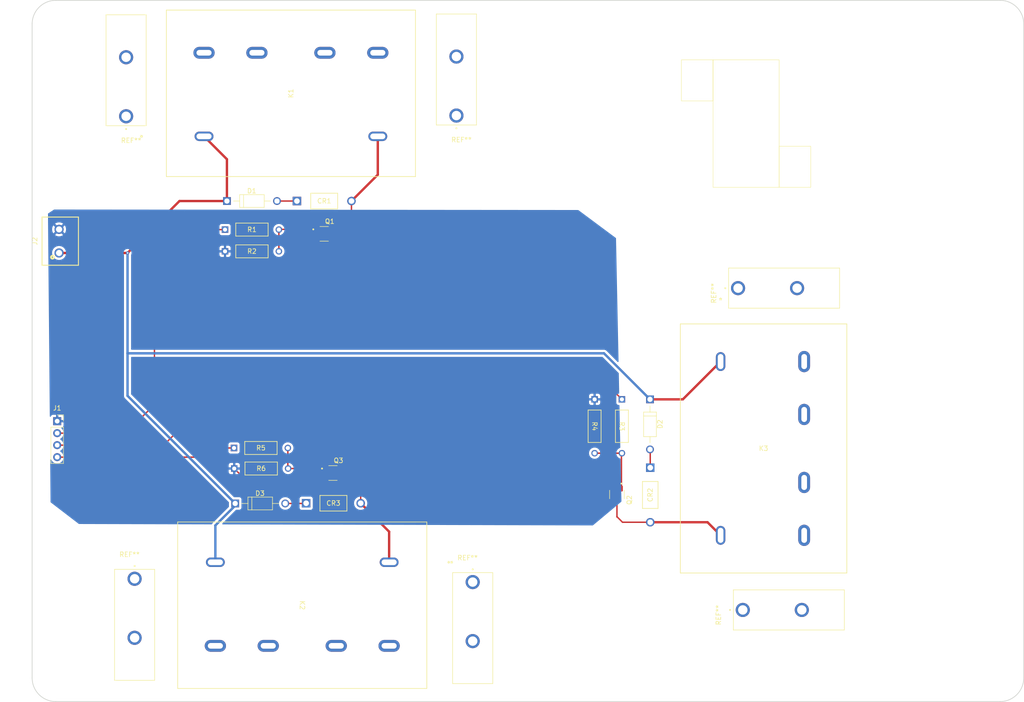
<source format=kicad_pcb>
(kicad_pcb (version 20241229) (generator "pcbnew") (generator_version "9.0")
  (layers (0 "F.Cu" signal) (2 "B.Cu" signal) (13 "F.Paste" user) (15 "B.Paste" user) (5 "F.SilkS" user "F.Silkscreen") (7 "B.SilkS" user "B.Silkscreen") (1 "F.Mask" user) (3 "B.Mask" user) (25 "Edge.Cuts" user))
  (net 0 "")
  (net 1 "Net-(CR1-K)")
  (net 2 "Net-(CR1-A)")
  (net 3 "Net-(CR2-K)")
  (net 4 "Net-(CR2-A)")
  (net 5 "Net-(CR3-A)")
  (net 6 "Net-(CR3-K)")
  (net 7 "+24V")
  (net 8 "/lower_ctl")
  (net 9 "GND")
  (net 10 "/middle_ctl")
  (net 11 "/upper_ctl")
  (net 12 "Net-(Q1-Pad1)")
  (net 13 "Net-(Q2-Pad1)")
  (net 14 "Net-(Q3-Pad1)")
  (net 21 "Relay1_M")
  (net 22 "Relay2_M")
  (net 23 "Relay3_M")
  (footprint "VSI_DPT:DIOAD1060W80L520D270" (layer "F.Cu") (at 94.25 59.5)
    (property "Reference" "D1" (at -0.0432 -2.13714 0) (layer "F.SilkS"))
    (property "Value" "1N4007")
    (fp_line (start -2.6 -1.35) (end -2.6 0) (stroke (width 0.127)) (layer "F.SilkS"))
    (fp_line (start -2.6 0) (end -3.9 0) (stroke (width 0.127)) (layer "F.SilkS"))
    (fp_line (start -2.6 0) (end -2.6 1.35) (stroke (width 0.127)) (layer "F.SilkS"))
    (fp_line (start -2.6 1.35) (end -1.775 1.35) (stroke (width 0.127)) (layer "F.SilkS"))
    (fp_line (start -1.775 -1.35) (end -2.6 -1.35) (stroke (width 0.127)) (layer "F.SilkS"))
    (fp_line (start -1.775 1.35) (end -1.775 -1.35) (stroke (width 0.127)) (layer "F.SilkS"))
    (fp_line (start -1.775 1.35) (end 2.6 1.35) (stroke (width 0.127)) (layer "F.SilkS"))
    (fp_line (start 2.6 -1.35) (end -1.775 -1.35) (stroke (width 0.127)) (layer "F.SilkS"))
    (fp_line (start 2.6 0) (end 2.6 -1.35) (stroke (width 0.127)) (layer "F.SilkS"))
    (fp_line (start 2.6 0) (end 3.9 0) (stroke (width 0.127)) (layer "F.SilkS"))
    (fp_line (start 2.6 1.35) (end 2.6 0) (stroke (width 0.127)) (layer "F.SilkS"))
    (pad "A" thru_hole circle (at 5.3 0) (size 1.65 1.65) (drill 1.1) (layers "*.Cu" "*.Mask") (net 1 "Net-(CR1-K)"))
    (pad "C" thru_hole rect (at -5.3 0) (size 1.65 1.65) (drill 1.1) (layers "*.Cu" "*.Mask") (net 7 "+24V"))
  )
  (footprint "VSI_DPT:YR1B1K0CC" (layer "F.Cu") (at 172.6 101.4977 -90)
    (property "Reference" "R3" (at 5.7023 0 270) (layer "F.SilkS"))
    (property "Value" "YR1B1K0CC")
    (fp_line (start 2.2733 1.3716) (end 9.1313 1.3716) (stroke (width 0.1524)) (layer "F.SilkS"))
    (fp_line (start 9.1313 1.3716) (end 9.1313 -1.3716) (stroke (width 0.1524)) (layer "F.SilkS"))
    (fp_line (start 2.2733 -1.3716) (end 2.2733 1.3716) (stroke (width 0.1524)) (layer "F.SilkS"))
    (fp_line (start 9.1313 -1.3716) (end 2.2733 -1.3716) (stroke (width 0.1524)) (layer "F.SilkS"))
    (pad "1" thru_hole rect (at 0 0 270) (size 1.3716 1.3716) (drill 0.8636) (layers "*.Cu" "*.Mask") (net 10 "/middle_ctl"))
    (pad "2" thru_hole circle (at 11.4046 0 270) (size 1.3716 1.3716) (drill 0.8636) (layers "*.Cu" "*.Mask") (net 13 "Net-(Q2-Pad1)"))
  )
  (footprint "VSI_DPT:DIODE_AFL-W2Y1.8D_MOT" (layer "F.Cu") (at 178.6 127.52469 90)
    (property "Reference" "CR2" (at 5.77469 0 90) (layer "F.SilkS"))
    (property "Value" "1N4751A")
    (fp_line (start 8.626374 -1.651535) (end 2.923007 -1.651535) (stroke (width 0.1524)) (layer "F.SilkS"))
    (fp_line (start 2.923007 -1.651535) (end 2.923007 1.651535) (stroke (width 0.1524)) (layer "F.SilkS"))
    (fp_line (start 8.626374 1.651535) (end 8.626374 -1.651535) (stroke (width 0.1524)) (layer "F.SilkS"))
    (fp_line (start 2.923007 1.651535) (end 8.626374 1.651535) (stroke (width 0.1524)) (layer "F.SilkS"))
    (pad "1" thru_hole circle (at 0 0 90) (size 1.8034 1.8034) (drill 1.1938) (layers "*.Cu" "*.Mask") (net 4 "Net-(CR2-A)"))
    (pad "2" thru_hole rect (at 11.54938 0 90) (size 1.8034 1.8034) (drill 1.1938) (layers "*.Cu" "*.Mask") (net 3 "Net-(CR2-K)"))
  )
  (footprint "VSI_DPT:SOT95P280X125-3N" (layer "F.Cu") (at 171.55 121.65 -90)
    (property "Reference" "Q2" (at 1.175 -2.635 90) (layer "F.SilkS"))
    (property "Value" "AO3400A")
    (fp_line (start -0.9 1.55) (end 0.9 1.55) (stroke (width 0.127)) (layer "F.SilkS"))
    (fp_line (start 0.9 -1.55) (end -0.9 -1.55) (stroke (width 0.127)) (layer "F.SilkS"))
    (fp_circle (center -2.31 -0.95) (end -2.21 -0.95) (stroke (width 0.2)) (fill no) (layer "F.SilkS"))
    (pad "1" smd roundrect (at -1.255 -0.95 270) (size 1.21 0.59) (layers "F.Cu" "F.Mask" "F.Paste") (net 13 "Net-(Q2-Pad1)"))
    (pad "2" smd roundrect (at -1.255 0.95 270) (size 1.21 0.59) (layers "F.Cu" "F.Mask" "F.Paste") (net 9 "GND"))
    (pad "3" smd roundrect (at 1.255 0 270) (size 1.21 0.59) (layers "F.Cu" "F.Mask" "F.Paste") (net 4 "Net-(CR2-A)"))
  )
  (footprint "VSI_DPT:PHOENIX_1098166" (layer "F.Cu") (at 65.15 161)
    (property "Reference" "REF**" (at 3.175 -26.635 0) (layer "F.SilkS"))
    (property "Value" "PHOENIX_1098166")
    (fp_line (start 0 -23.5) (end 0 0) (stroke (width 0.127)) (layer "F.SilkS"))
    (fp_line (start 0 0) (end 8.5 0) (stroke (width 0.127)) (layer "F.SilkS"))
    (fp_line (start 8.5 -23.5) (end 0 -23.5) (stroke (width 0.127)) (layer "F.SilkS"))
    (fp_line (start 8.5 0) (end 8.5 -23.5) (stroke (width 0.127)) (layer "F.SilkS"))
    (fp_circle (center 4.25 -24.2) (end 4.35 -24.2) (stroke (width 0.2)) (fill no) (layer "F.SilkS"))
    (pad "1_1" thru_hole circle (at 4.25 -21.5) (size 3 3) (drill 2) (layers "*.Cu" "*.Mask"))
    (pad "1_2" thru_hole circle (at 4.25 -9) (size 3 3) (drill 2) (layers "*.Cu" "*.Mask"))
  )
  (footprint "VSI_DPT:YR1B10KCC" (layer "F.Cu") (at 90.4977 116.15)
    (property "Reference" "R6" (at 5.7023 0 0) (layer "F.SilkS"))
    (property "Value" "YR1B10KCC")
    (fp_line (start 2.2733 -1.3716) (end 2.2733 1.3716) (stroke (width 0.1524)) (layer "F.SilkS"))
    (fp_line (start 2.2733 1.3716) (end 9.1313 1.3716) (stroke (width 0.1524)) (layer "F.SilkS"))
    (fp_line (start 9.1313 -1.3716) (end 2.2733 -1.3716) (stroke (width 0.1524)) (layer "F.SilkS"))
    (fp_line (start 9.1313 1.3716) (end 9.1313 -1.3716) (stroke (width 0.1524)) (layer "F.SilkS"))
    (pad "1" thru_hole rect (at 0 0) (size 1.3716 1.3716) (drill 0.8636) (layers "*.Cu" "*.Mask") (net 9 "GND"))
    (pad "2" thru_hole circle (at 11.4046 0) (size 1.3716 1.3716) (drill 0.8636) (layers "*.Cu" "*.Mask") (net 14 "Net-(Q3-Pad1)"))
  )
  (footprint "VSI_DPT:YR1B10KCC" (layer "F.Cu") (at 88.5477 70.15)
    (property "Reference" "R2" (at 5.7023 0 0) (layer "F.SilkS"))
    (property "Value" "YR1B10KCC")
    (fp_line (start 2.2733 -1.3716) (end 2.2733 1.3716) (stroke (width 0.1524)) (layer "F.SilkS"))
    (fp_line (start 2.2733 1.3716) (end 9.1313 1.3716) (stroke (width 0.1524)) (layer "F.SilkS"))
    (fp_line (start 9.1313 -1.3716) (end 2.2733 -1.3716) (stroke (width 0.1524)) (layer "F.SilkS"))
    (fp_line (start 9.1313 1.3716) (end 9.1313 -1.3716) (stroke (width 0.1524)) (layer "F.SilkS"))
    (pad "1" thru_hole rect (at 0 0) (size 1.3716 1.3716) (drill 0.8636) (layers "*.Cu" "*.Mask") (net 9 "GND"))
    (pad "2" thru_hole circle (at 11.4046 0) (size 1.3716 1.3716) (drill 0.8636) (layers "*.Cu" "*.Mask") (net 12 "Net-(Q1-Pad1)"))
  )
  (footprint "VSI_DPT:DIOAD1060W80L520D270" (layer "F.Cu") (at 96 123.55)
    (property "Reference" "D3" (at -0.0432 -2.13714 0) (layer "F.SilkS"))
    (property "Value" "1N4007")
    (fp_line (start -2.6 -1.35) (end -2.6 0) (stroke (width 0.127)) (layer "F.SilkS"))
    (fp_line (start -2.6 0) (end -3.9 0) (stroke (width 0.127)) (layer "F.SilkS"))
    (fp_line (start -2.6 0) (end -2.6 1.35) (stroke (width 0.127)) (layer "F.SilkS"))
    (fp_line (start -2.6 1.35) (end -1.775 1.35) (stroke (width 0.127)) (layer "F.SilkS"))
    (fp_line (start -1.775 -1.35) (end -2.6 -1.35) (stroke (width 0.127)) (layer "F.SilkS"))
    (fp_line (start -1.775 1.35) (end -1.775 -1.35) (stroke (width 0.127)) (layer "F.SilkS"))
    (fp_line (start -1.775 1.35) (end 2.6 1.35) (stroke (width 0.127)) (layer "F.SilkS"))
    (fp_line (start 2.6 -1.35) (end -1.775 -1.35) (stroke (width 0.127)) (layer "F.SilkS"))
    (fp_line (start 2.6 0) (end 2.6 -1.35) (stroke (width 0.127)) (layer "F.SilkS"))
    (fp_line (start 2.6 0) (end 3.9 0) (stroke (width 0.127)) (layer "F.SilkS"))
    (fp_line (start 2.6 1.35) (end 2.6 0) (stroke (width 0.127)) (layer "F.SilkS"))
    (pad "A" thru_hole circle (at 5.3 0) (size 1.65 1.65) (drill 1.1) (layers "*.Cu" "*.Mask") (net 6 "Net-(CR3-K)"))
    (pad "C" thru_hole rect (at -5.3 0) (size 1.65 1.65) (drill 1.1) (layers "*.Cu" "*.Mask") (net 7 "+24V"))
  )
  (footprint "VSI_DPT:PHOENIX_1098166" (layer "F.Cu") (at 136.75 161.7)
    (property "Reference" "REF**" (at 3.175 -26.635 0) (layer "F.SilkS"))
    (property "Value" "PHOENIX_1098166")
    (fp_line (start 0 -23.5) (end 0 0) (stroke (width 0.127)) (layer "F.SilkS"))
    (fp_line (start 0 0) (end 8.5 0) (stroke (width 0.127)) (layer "F.SilkS"))
    (fp_line (start 8.5 -23.5) (end 0 -23.5) (stroke (width 0.127)) (layer "F.SilkS"))
    (fp_line (start 8.5 0) (end 8.5 -23.5) (stroke (width 0.127)) (layer "F.SilkS"))
    (fp_circle (center 4.25 -24.2) (end 4.35 -24.2) (stroke (width 0.2)) (fill no) (layer "F.SilkS"))
    (pad "1_1" thru_hole circle (at 4.25 -21.5) (size 3 3) (drill 2) (layers "*.Cu" "*.Mask"))
    (pad "1_2" thru_hole circle (at 4.25 -9) (size 3 3) (drill 2) (layers "*.Cu" "*.Mask"))
  )
  (footprint "VSI_DPT:RELAY_G7L-2A-X_OMR" (layer "F.Cu") (at 193.5 93.500002)
    (property "Reference" "K3" (at 9.1 18.399999 0) (layer "F.SilkS"))
    (property "Value" "G7L-2A-X-SI DC24")
    (fp_line (start -8.527003 -7.976987) (end -8.527003 44.776984) (stroke (width 0.1524)) (layer "F.SilkS"))
    (fp_line (start -8.527003 44.776984) (end 26.727003 44.776984) (stroke (width 0.1524)) (layer "F.SilkS"))
    (fp_line (start 26.727003 -7.976987) (end -8.527003 -7.976987) (stroke (width 0.1524)) (layer "F.SilkS"))
    (fp_line (start 26.727003 44.776984) (end 26.727003 -7.976987) (stroke (width 0.1524)) (layer "F.SilkS"))
    (fp_text user "*" (at 0 -12.929987 0) (layer "F.SilkS"))
    (fp_text user "*" (at 0 -12.929987 0) (layer "F.SilkS"))
    (pad "0" thru_hole oval (at 0 36.799996 90) (size 4 2) (drill oval 3.199892 1.199896) (layers "*.Cu" "*.Mask") (net 4 "Net-(CR2-A)"))
    (pad "1" thru_hole oval (at 0 0 90) (size 4 2) (drill oval 3.199892 1.199896) (layers "*.Cu" "*.Mask") (net 7 "+24V"))
    (pad "2" thru_hole oval (at 17.7 36.799999 90) (size 4.5 2.5) (drill oval 3.199892 1.199896) (layers "*.Cu" "*.Mask"))
    (pad "4" thru_hole oval (at 17.7 25.6 90) (size 4.5 2.5) (drill oval 3.199892 1.199896) (layers "*.Cu" "*.Mask") (net 22 "Relay2_M"))
    (pad "6" thru_hole oval (at 17.7 11.2 90) (size 4.5 2.5) (drill oval 3.199892 1.199896) (layers "*.Cu" "*.Mask") (net 22 "Relay2_M") (clearance 0.07))
    (pad "8" thru_hole oval (at 17.7 0 90) (size 4.5 2.5) (drill oval 3.199892 1.199896) (layers "*.Cu" "*.Mask"))
  )
  (footprint "VSI_DPT:YR1B1K0CC" (layer "F.Cu") (at 88.5477 65.55)
    (property "Reference" "R1" (at 5.7023 0 0) (layer "F.SilkS"))
    (property "Value" "YR1B1K0CC")
    (fp_line (start 2.2733 -1.3716) (end 2.2733 1.3716) (stroke (width 0.1524)) (layer "F.SilkS"))
    (fp_line (start 2.2733 1.3716) (end 9.1313 1.3716) (stroke (width 0.1524)) (layer "F.SilkS"))
    (fp_line (start 9.1313 -1.3716) (end 2.2733 -1.3716) (stroke (width 0.1524)) (layer "F.SilkS"))
    (fp_line (start 9.1313 1.3716) (end 9.1313 -1.3716) (stroke (width 0.1524)) (layer "F.SilkS"))
    (pad "1" thru_hole rect (at 0 0) (size 1.3716 1.3716) (drill 0.8636) (layers "*.Cu" "*.Mask") (net 11 "/upper_ctl"))
    (pad "2" thru_hole circle (at 11.4046 0) (size 1.3716 1.3716) (drill 0.8636) (layers "*.Cu" "*.Mask") (net 12 "Net-(Q1-Pad1)"))
  )
  (footprint "VSI_DPT:DIOAD1060W80L520D270" (layer "F.Cu") (at 178.55 106.8 -90)
    (property "Reference" "D2" (at -0.0432 -2.13714 90) (layer "F.SilkS"))
    (property "Value" "1N4007")
    (fp_line (start -2.6 1.35) (end -1.775 1.35) (stroke (width 0.127)) (layer "F.SilkS"))
    (fp_line (start -1.775 1.35) (end 2.6 1.35) (stroke (width 0.127)) (layer "F.SilkS"))
    (fp_line (start -1.775 1.35) (end -1.775 -1.35) (stroke (width 0.127)) (layer "F.SilkS"))
    (fp_line (start 2.6 1.35) (end 2.6 0) (stroke (width 0.127)) (layer "F.SilkS"))
    (fp_line (start -2.6 0) (end -2.6 1.35) (stroke (width 0.127)) (layer "F.SilkS"))
    (fp_line (start -2.6 0) (end -3.9 0) (stroke (width 0.127)) (layer "F.SilkS"))
    (fp_line (start 2.6 0) (end 3.9 0) (stroke (width 0.127)) (layer "F.SilkS"))
    (fp_line (start 2.6 0) (end 2.6 -1.35) (stroke (width 0.127)) (layer "F.SilkS"))
    (fp_line (start -2.6 -1.35) (end -2.6 0) (stroke (width 0.127)) (layer "F.SilkS"))
    (fp_line (start -1.775 -1.35) (end -2.6 -1.35) (stroke (width 0.127)) (layer "F.SilkS"))
    (fp_line (start 2.6 -1.35) (end -1.775 -1.35) (stroke (width 0.127)) (layer "F.SilkS"))
    (pad "A" thru_hole circle (at 5.3 0 270) (size 1.65 1.65) (drill 1.1) (layers "*.Cu" "*.Mask") (net 3 "Net-(CR2-K)"))
    (pad "C" thru_hole rect (at -5.3 0 270) (size 1.65 1.65) (drill 1.1) (layers "*.Cu" "*.Mask") (net 7 "+24V"))
  )
  (footprint "VSI_DPT:RELAY_G7L-2A-X_OMR" (layer "F.Cu") (at 84.100002 45.8 90)
    (property "Reference" "K1" (at 9.1 18.399999 90) (layer "F.SilkS"))
    (property "Value" "G7L-2A-X-SI DC24")
    (fp_line (start 26.727003 -7.976987) (end -8.527003 -7.976987) (stroke (width 0.1524)) (layer "F.SilkS"))
    (fp_line (start -8.527003 -7.976987) (end -8.527003 44.776984) (stroke (width 0.1524)) (layer "F.SilkS"))
    (fp_line (start 26.727003 44.776984) (end 26.727003 -7.976987) (stroke (width 0.1524)) (layer "F.SilkS"))
    (fp_line (start -8.527003 44.776984) (end 26.727003 44.776984) (stroke (width 0.1524)) (layer "F.SilkS"))
    (fp_text user "*" (at 0 -12.929987 90) (layer "F.SilkS"))
    (fp_text user "*" (at 0 -12.929987 90) (layer "F.SilkS"))
    (pad "0" thru_hole oval (at 0 36.799996 180) (size 4 2) (drill oval 3.199892 1.199896) (layers "*.Cu" "*.Mask") (net 2 "Net-(CR1-A)"))
    (pad "1" thru_hole oval (at 0 0 180) (size 4 2) (drill oval 3.199892 1.199896) (layers "*.Cu" "*.Mask") (net 7 "+24V"))
    (pad "2" thru_hole oval (at 17.7 36.799999 180) (size 4.5 2.5) (drill oval 3.199892 1.199896) (layers "*.Cu" "*.Mask"))
    (pad "4" thru_hole oval (at 17.7 25.6 180) (size 4.5 2.5) (drill oval 3.199892 1.199896) (layers "*.Cu" "*.Mask") (net 21 "Relay1_M"))
    (pad "6" thru_hole oval (at 17.7 11.2 180) (size 4.5 2.5) (drill oval 3.199892 1.199896) (layers "*.Cu" "*.Mask") (net 21 "Relay1_M") (clearance 0.07))
    (pad "8" thru_hole oval (at 17.7 0 180) (size 4.5 2.5) (drill oval 3.199892 1.199896) (layers "*.Cu" "*.Mask"))
  )
  (footprint "VSI_DPT:SOT95P280X125-3N" (layer "F.Cu") (at 111.4 117.1)
    (property "Reference" "Q3" (at 1.175 -2.635 0) (layer "F.SilkS"))
    (property "Value" "AO3400A")
    (fp_line (start -0.9 1.55) (end 0.9 1.55) (stroke (width 0.127)) (layer "F.SilkS"))
    (fp_line (start 0.9 -1.55) (end -0.9 -1.55) (stroke (width 0.127)) (layer "F.SilkS"))
    (fp_circle (center -2.31 -0.95) (end -2.21 -0.95) (stroke (width 0.2)) (fill no) (layer "F.SilkS"))
    (pad "1" smd roundrect (at -1.255 -0.95) (size 1.21 0.59) (layers "F.Cu" "F.Mask" "F.Paste") (net 14 "Net-(Q3-Pad1)"))
    (pad "2" smd roundrect (at -1.255 0.95) (size 1.21 0.59) (layers "F.Cu" "F.Mask" "F.Paste") (net 9 "GND"))
    (pad "3" smd roundrect (at 1.255 0) (size 1.21 0.59) (layers "F.Cu" "F.Mask" "F.Paste") (net 5 "Net-(CR3-A)"))
  )
  (footprint "VSI_DPT:SOT95P280X125-3N" (layer "F.Cu") (at 109.55 66.45)
    (property "Reference" "Q1" (at 1.175 -2.635 0) (layer "F.SilkS"))
    (property "Value" "AO3400A")
    (fp_line (start -0.9 1.55) (end 0.9 1.55) (stroke (width 0.127)) (layer "F.SilkS"))
    (fp_line (start 0.9 -1.55) (end -0.9 -1.55) (stroke (width 0.127)) (layer "F.SilkS"))
    (fp_circle (center -2.31 -0.95) (end -2.21 -0.95) (stroke (width 0.2)) (fill no) (layer "F.SilkS"))
    (pad "1" smd roundrect (at -1.255 -0.95) (size 1.21 0.59) (layers "F.Cu" "F.Mask" "F.Paste") (net 12 "Net-(Q1-Pad1)"))
    (pad "2" smd roundrect (at -1.255 0.95) (size 1.21 0.59) (layers "F.Cu" "F.Mask" "F.Paste") (net 9 "GND"))
    (pad "3" smd roundrect (at 1.255 0) (size 1.21 0.59) (layers "F.Cu" "F.Mask" "F.Paste") (net 2 "Net-(CR1-A)"))
  )
  (footprint "VSI_DPT:PHOENIX_1098166" (layer "F.Cu") (at 219.7 150.35 90)
    (property "Reference" "REF**" (at 3.175 -26.635 90) (layer "F.SilkS"))
    (property "Value" "PHOENIX_1098166")
    (fp_line (start 8.5 -23.5) (end 0 -23.5) (stroke (width 0.127)) (layer "F.SilkS"))
    (fp_line (start 0 -23.5) (end 0 0) (stroke (width 0.127)) (layer "F.SilkS"))
    (fp_line (start 8.5 0) (end 8.5 -23.5) (stroke (width 0.127)) (layer "F.SilkS"))
    (fp_line (start 0 0) (end 8.5 0) (stroke (width 0.127)) (layer "F.SilkS"))
    (fp_circle (center 4.25 -24.2) (end 4.35 -24.2) (stroke (width 0.2)) (fill no) (layer "F.SilkS"))
    (pad "1_1" thru_hole circle (at 4.25 -21.5 90) (size 3 3) (drill 2) (layers "*.Cu" "*.Mask"))
    (pad "1_2" thru_hole circle (at 4.25 -9 90) (size 3 3) (drill 2) (layers "*.Cu" "*.Mask"))
  )
  (footprint "VSI_DPT:DIODE_AFL-W2Y1.8D_MOT" (layer "F.Cu") (at 117.27469 123.5 180)
    (property "Reference" "CR3" (at 5.77469 0 0) (layer "F.SilkS"))
    (property "Value" "1N4751A")
    (fp_line (start 8.626374 1.651535) (end 8.626374 -1.651535) (stroke (width 0.1524)) (layer "F.SilkS"))
    (fp_line (start 8.626374 -1.651535) (end 2.923007 -1.651535) (stroke (width 0.1524)) (layer "F.SilkS"))
    (fp_line (start 2.923007 1.651535) (end 8.626374 1.651535) (stroke (width 0.1524)) (layer "F.SilkS"))
    (fp_line (start 2.923007 -1.651535) (end 2.923007 1.651535) (stroke (width 0.1524)) (layer "F.SilkS"))
    (pad "1" thru_hole circle (at 0 0 180) (size 1.8034 1.8034) (drill 1.1938) (layers "*.Cu" "*.Mask") (net 5 "Net-(CR3-A)"))
    (pad "2" thru_hole rect (at 11.54938 0 180) (size 1.8034 1.8034) (drill 1.1938) (layers "*.Cu" "*.Mask") (net 6 "Net-(CR3-K)"))
  )
  (footprint "VSI_DPT:YR1B1K0CC" (layer "F.Cu") (at 90.4477 111.8)
    (property "Reference" "R5" (at 5.7023 0 0) (layer "F.SilkS"))
    (property "Value" "YR1B1K0CC")
    (fp_line (start 2.2733 -1.3716) (end 2.2733 1.3716) (stroke (width 0.1524)) (layer "F.SilkS"))
    (fp_line (start 2.2733 1.3716) (end 9.1313 1.3716) (stroke (width 0.1524)) (layer "F.SilkS"))
    (fp_line (start 9.1313 -1.3716) (end 2.2733 -1.3716) (stroke (width 0.1524)) (layer "F.SilkS"))
    (fp_line (start 9.1313 1.3716) (end 9.1313 -1.3716) (stroke (width 0.1524)) (layer "F.SilkS"))
    (pad "1" thru_hole rect (at 0 0) (size 1.3716 1.3716) (drill 0.8636) (layers "*.Cu" "*.Mask") (net 8 "/lower_ctl"))
    (pad "2" thru_hole circle (at 11.4046 0) (size 1.3716 1.3716) (drill 0.8636) (layers "*.Cu" "*.Mask") (net 14 "Net-(Q3-Pad1)"))
  )
  (footprint "VSI_DPT:RELAY_G7L-2A-X_OMR" (layer "F.Cu") (at 123.299999 136 -90)
    (property "Reference" "K2" (at 9.1 18.399999 270) (layer "F.SilkS"))
    (property "Value" "G7L-2A-X-SI DC24")
    (fp_line (start -8.527003 44.776984) (end 26.727003 44.776984) (stroke (width 0.1524)) (layer "F.SilkS"))
    (fp_line (start 26.727003 44.776984) (end 26.727003 -7.976987) (stroke (width 0.1524)) (layer "F.SilkS"))
    (fp_line (start -8.527003 -7.976987) (end -8.527003 44.776984) (stroke (width 0.1524)) (layer "F.SilkS"))
    (fp_line (start 26.727003 -7.976987) (end -8.527003 -7.976987) (stroke (width 0.1524)) (layer "F.SilkS"))
    (fp_text user "*" (at 0 -12.929987 90) (layer "F.SilkS"))
    (fp_text user "*" (at 0 -12.929987 270) (layer "F.SilkS"))
    (pad "0" thru_hole oval (at 0 36.799996) (size 4 2) (drill oval 3.199892 1.199896) (layers "*.Cu" "*.Mask") (net 7 "+24V"))
    (pad "1" thru_hole oval (at 0 0) (size 4 2) (drill oval 3.199892 1.199896) (layers "*.Cu" "*.Mask") (net 5 "Net-(CR3-A)"))
    (pad "2" thru_hole oval (at 17.7 36.799999) (size 4.5 2.5) (drill oval 3.199892 1.199896) (layers "*.Cu" "*.Mask"))
    (pad "4" thru_hole oval (at 17.7 25.6) (size 4.5 2.5) (drill oval 3.199892 1.199896) (layers "*.Cu" "*.Mask") (net 23 "Relay3_M"))
    (pad "6" thru_hole oval (at 17.7 11.2) (size 4.5 2.5) (drill oval 3.199892 1.199896) (layers "*.Cu" "*.Mask") (net 23 "Relay3_M") (clearance 0.07))
    (pad "8" thru_hole oval (at 17.7 0) (size 4.5 2.5) (drill oval 3.199892 1.199896) (layers "*.Cu" "*.Mask"))
  )
  (footprint "VSI_DPT:PinSocket_1x04_P2.54mm_Vertical" (layer "F.Cu") (at 53 106.12)
    (property "Reference" "J1" (at 0 -2.77 0) (layer "F.SilkS"))
    (property "Value" "Conn_01x04_Socket")
    (fp_line (start -1.33 1.27) (end -1.33 8.95) (stroke (width 0.12)) (layer "F.SilkS"))
    (fp_line (start -1.33 1.27) (end 1.33 1.27) (stroke (width 0.12)) (layer "F.SilkS"))
    (fp_line (start -1.33 8.95) (end 1.33 8.95) (stroke (width 0.12)) (layer "F.SilkS"))
    (fp_line (start 0 -1.33) (end 1.33 -1.33) (stroke (width 0.12)) (layer "F.SilkS"))
    (fp_line (start 1.33 -1.33) (end 1.33 0) (stroke (width 0.12)) (layer "F.SilkS"))
    (fp_line (start 1.33 1.27) (end 1.33 8.95) (stroke (width 0.12)) (layer "F.SilkS"))
    (pad "1" thru_hole rect (at 0 0) (size 1.7 1.7) (drill 1) (layers "*.Cu" "*.Mask") (net 9 "GND"))
    (pad "2" thru_hole circle (at 0 2.54) (size 1.7 1.7) (drill 1) (layers "*.Cu" "*.Mask") (net 11 "/upper_ctl"))
    (pad "3" thru_hole circle (at 0 5.08) (size 1.7 1.7) (drill 1) (layers "*.Cu" "*.Mask") (net 10 "/middle_ctl"))
    (pad "4" thru_hole circle (at 0 7.62) (size 1.7 1.7) (drill 1) (layers "*.Cu" "*.Mask") (net 8 "/lower_ctl"))
  )
  (footprint "VSI_DPT:691137710002" (layer "F.Cu") (at 53.4 68 90)
    (property "Reference" "J2" (at 0 -5.135 90) (layer "F.SilkS"))
    (property "Value" "691137710002")
    (fp_line (start 5.1 -3.6) (end 5.1 4.1) (stroke (width 0.2)) (layer "F.SilkS"))
    (fp_line (start -5.1 -3.6) (end 5.1 -3.6) (stroke (width 0.2)) (layer "F.SilkS"))
    (fp_line (start 5.1 4.1) (end -5.1 4.1) (stroke (width 0.2)) (layer "F.SilkS"))
    (fp_line (start -5.1 4.1) (end -5.1 -3.6) (stroke (width 0.2)) (layer "F.SilkS"))
    (fp_circle (center -3.4 -1.4) (end -3.3 -1.4) (stroke (width 0.4)) (fill no) (layer "F.SilkS"))
    (pad "1" thru_hole circle (at -2.5 0 90) (size 1.95 1.95) (drill 1.3) (layers "*.Cu" "*.Mask") (net 7 "+24V"))
    (pad "2" thru_hole circle (at 2.5 0 90) (size 1.95 1.95) (drill 1.3) (layers "*.Cu" "*.Mask") (net 9 "GND"))
  )
  (footprint "VSI_DPT:DIODE_AFL-W2Y1.8D_MOT" (layer "F.Cu") (at 115.32469 59.5 180)
    (property "Reference" "CR1" (at 5.77469 0 0) (layer "F.SilkS"))
    (property "Value" "1N4751A")
    (fp_line (start 8.626374 1.651535) (end 8.626374 -1.651535) (stroke (width 0.1524)) (layer "F.SilkS"))
    (fp_line (start 8.626374 -1.651535) (end 2.923007 -1.651535) (stroke (width 0.1524)) (layer "F.SilkS"))
    (fp_line (start 2.923007 1.651535) (end 8.626374 1.651535) (stroke (width 0.1524)) (layer "F.SilkS"))
    (fp_line (start 2.923007 -1.651535) (end 2.923007 1.651535) (stroke (width 0.1524)) (layer "F.SilkS"))
    (pad "1" thru_hole circle (at 0 0 180) (size 1.8034 1.8034) (drill 1.1938) (layers "*.Cu" "*.Mask") (net 2 "Net-(CR1-A)"))
    (pad "2" thru_hole rect (at 11.54938 0 180) (size 1.8034 1.8034) (drill 1.1938) (layers "*.Cu" "*.Mask") (net 1 "Net-(CR1-K)"))
  )
  (footprint "VSI_DPT:PHOENIX_1098166" (layer "F.Cu") (at 141.8 19.9 180)
    (property "Reference" "REF**" (at 3.175 -26.635 0) (layer "F.SilkS"))
    (property "Value" "PHOENIX_1098166")
    (fp_line (start 8.5 0) (end 8.5 -23.5) (stroke (width 0.127)) (layer "F.SilkS"))
    (fp_line (start 8.5 -23.5) (end 0 -23.5) (stroke (width 0.127)) (layer "F.SilkS"))
    (fp_line (start 0 0) (end 8.5 0) (stroke (width 0.127)) (layer "F.SilkS"))
    (fp_line (start 0 -23.5) (end 0 0) (stroke (width 0.127)) (layer "F.SilkS"))
    (fp_circle (center 4.25 -24.2) (end 4.35 -24.2) (stroke (width 0.2)) (fill no) (layer "F.SilkS"))
    (pad "1_1" thru_hole circle (at 4.25 -21.5 180) (size 3 3) (drill 2) (layers "*.Cu" "*.Mask"))
    (pad "1_2" thru_hole circle (at 4.25 -9 180) (size 3 3) (drill 2) (layers "*.Cu" "*.Mask"))
  )
  (footprint "VSI_DPT:YR1B10KCC" (layer "F.Cu") (at 166.8216 101.4977 -90)
    (property "Reference" "R4" (at 5.7023 0 270) (layer "F.SilkS"))
    (property "Value" "YR1B10KCC")
    (fp_line (start 2.2733 1.3716) (end 9.1313 1.3716) (stroke (width 0.1524)) (layer "F.SilkS"))
    (fp_line (start 9.1313 1.3716) (end 9.1313 -1.3716) (stroke (width 0.1524)) (layer "F.SilkS"))
    (fp_line (start 2.2733 -1.3716) (end 2.2733 1.3716) (stroke (width 0.1524)) (layer "F.SilkS"))
    (fp_line (start 9.1313 -1.3716) (end 2.2733 -1.3716) (stroke (width 0.1524)) (layer "F.SilkS"))
    (pad "1" thru_hole rect (at 0 0 270) (size 1.3716 1.3716) (drill 0.8636) (layers "*.Cu" "*.Mask") (net 9 "GND"))
    (pad "2" thru_hole circle (at 11.4046 0 270) (size 1.3716 1.3716) (drill 0.8636) (layers "*.Cu" "*.Mask") (net 13 "Net-(Q2-Pad1)"))
  )
  (footprint "VSI_DPT:PHOENIX_1098166" (layer "F.Cu") (at 71.85 20.05 180)
    (property "Reference" "REF**" (at 3.175 -26.635 0) (layer "F.SilkS"))
    (property "Value" "PHOENIX_1098166")
    (fp_line (start 8.5 0) (end 8.5 -23.5) (stroke (width 0.127)) (layer "F.SilkS"))
    (fp_line (start 8.5 -23.5) (end 0 -23.5) (stroke (width 0.127)) (layer "F.SilkS"))
    (fp_line (start 0 0) (end 8.5 0) (stroke (width 0.127)) (layer "F.SilkS"))
    (fp_line (start 0 -23.5) (end 0 0) (stroke (width 0.127)) (layer "F.SilkS"))
    (fp_circle (center 4.25 -24.2) (end 4.35 -24.2) (stroke (width 0.2)) (fill no) (layer "F.SilkS"))
    (pad "1_1" thru_hole circle (at 4.25 -21.5 180) (size 3 3) (drill 2) (layers "*.Cu" "*.Mask"))
    (pad "1_2" thru_hole circle (at 4.25 -9 180) (size 3 3) (drill 2) (layers "*.Cu" "*.Mask"))
  )
  (footprint "VSI_DPT:PHOENIX_1098166" (layer "F.Cu") (at 218.7 82.2 90)
    (property "Reference" "REF**" (at 3.175 -26.635 90) (layer "F.SilkS"))
    (property "Value" "PHOENIX_1098166")
    (fp_line (start 8.5 -23.5) (end 0 -23.5) (stroke (width 0.127)) (layer "F.SilkS"))
    (fp_line (start 0 -23.5) (end 0 0) (stroke (width 0.127)) (layer "F.SilkS"))
    (fp_line (start 8.5 0) (end 8.5 -23.5) (stroke (width 0.127)) (layer "F.SilkS"))
    (fp_line (start 0 0) (end 8.5 0) (stroke (width 0.127)) (layer "F.SilkS"))
    (fp_circle (center 4.25 -24.2) (end 4.35 -24.2) (stroke (width 0.2)) (fill no) (layer "F.SilkS"))
    (pad "1_1" thru_hole circle (at 4.25 -21.5 90) (size 3 3) (drill 2) (layers "*.Cu" "*.Mask"))
    (pad "1_2" thru_hole circle (at 4.25 -9 90) (size 3 3) (drill 2) (layers "*.Cu" "*.Mask"))
  )
  (gr_rect (start 185.2 29.6) (end 191.9 38.3) (stroke (width 0.1)) (fill no) (layer "F.SilkS"))
  (gr_rect (start 191.9 29.6) (end 205.9 56.6) (stroke (width 0.1)) (fill no) (layer "F.SilkS"))
  (gr_rect (start 205.9 47.9) (end 212.6 56.6) (stroke (width 0.1)) (fill no) (layer "F.SilkS"))
  (gr_arc (start 52.7 165.5) (mid 49.164466 164.035534) (end 47.7 160.5) (stroke (width 0.15)) (layer "Edge.Cuts"))
  (gr_arc (start 252.7 17) (mid 256.235534 18.464466) (end 257.7 22) (stroke (width 0.15)) (layer "Edge.Cuts"))
  (gr_arc (start 47.7 22) (mid 49.164466 18.464466) (end 52.7 17) (stroke (width 0.15)) (layer "Edge.Cuts"))
  (gr_line (start 257.7 22) (end 257.7 160.5) (stroke (width 0.15)) (layer "Edge.Cuts"))
  (gr_line (start 52.7 17) (end 252.7 17) (stroke (width 0.15)) (layer "Edge.Cuts"))
  (gr_line (start 47.7 22) (end 47.7 160.5) (stroke (width 0.15)) (layer "Edge.Cuts"))
  (gr_arc (start 257.7 160.5) (mid 256.235534 164.035534) (end 252.7 165.5) (stroke (width 0.15)) (layer "Edge.Cuts"))
  (gr_line (start 52.7 165.5) (end 252.7 165.5) (stroke (width 0.15)) (layer "Edge.Cuts"))
  (segment (start 99.55 59.5) (end 103.77531 59.5) (width 0.3) (layer "F.Cu") (net 1))
  (segment (start 115.32469 59.5) (end 115.32469 63.71781) (width 0.3) (layer "F.Cu") (net 2))
  (segment (start 120.899998 53.924692) (end 120.899998 45.8) (width 0.5) (layer "F.Cu") (net 2))
  (segment (start 112.5925 66.45) (end 110.805 66.45) (width 0.3) (layer "F.Cu") (net 2))
  (segment (start 115.32469 59.5) (end 120.899998 53.924692) (width 0.5) (layer "F.Cu") (net 2))
  (segment (start 115.32469 63.71781) (end 112.5925 66.45) (width 0.3) (layer "F.Cu") (net 2))
  (segment (start 178.6 115.97531) (end 178.6 112.15) (width 0.3) (layer "F.Cu") (net 3))
  (segment (start 178.6 112.15) (end 178.55 112.1) (width 0.3) (layer "F.Cu") (net 3))
  (segment (start 178.6 127.52469) (end 190.724692 127.52469) (width 0.5) (layer "F.Cu") (net 4))
  (segment (start 172.72469 127.52469) (end 178.6 127.52469) (width 0.3) (layer "F.Cu") (net 4))
  (segment (start 171.55 122.905) (end 171.55 126.4) (width 0.3) (layer "F.Cu") (net 4))
  (segment (start 190.724692 127.52469) (end 193.5 130.299998) (width 0.5) (layer "F.Cu") (net 4))
  (segment (start 171.55 126.4) (end 171.6 126.4) (width 0.3) (layer "F.Cu") (net 4))
  (segment (start 171.6 126.4) (end 172.72469 127.52469) (width 0.3) (layer "F.Cu") (net 4))
  (segment (start 123.299999 129.525309) (end 123.299999 136) (width 0.5) (layer "F.Cu") (net 5))
  (segment (start 117.27469 118.47469) (end 117.27469 123.5) (width 0.3) (layer "F.Cu") (net 5))
  (segment (start 117.27469 123.5) (end 123.299999 129.525309) (width 0.5) (layer "F.Cu") (net 5))
  (segment (start 112.655 117.1) (end 115.9 117.1) (width 0.3) (layer "F.Cu") (net 5))
  (segment (start 115.9 117.1) (end 117.27469 118.47469) (width 0.3) (layer "F.Cu") (net 5))
  (segment (start 105.67531 123.55) (end 105.72531 123.5) (width 0.3) (layer "F.Cu") (net 6))
  (segment (start 101.3 123.55) (end 105.67531 123.55) (width 0.3) (layer "F.Cu") (net 6))
  (segment (start 53.4 70.5) (end 66.85 70.5) (width 0.5) (layer "F.Cu") (net 7))
  (segment (start 88.95 59.5) (end 88.95 50.649998) (width 0.5) (layer "F.Cu") (net 7))
  (segment (start 178.55 101.5) (end 185.500002 101.5) (width 0.5) (layer "F.Cu") (net 7))
  (segment (start 78.9 59.5) (end 88.95 59.5) (width 0.5) (layer "F.Cu") (net 7))
  (segment (start 66.85 70.5) (end 67.9 70.5) (width 0.5) (layer "F.Cu") (net 7))
  (segment (start 185.500002 101.5) (end 193.5 93.500002) (width 0.5) (layer "F.Cu") (net 7))
  (segment (start 67.9 70.5) (end 78.9 59.5) (width 0.5) (layer "F.Cu") (net 7))
  (segment (start 53.4 70.5) (end 53.3 70.6) (width 0.3) (layer "F.Cu") (net 7))
  (segment (start 88.95 50.649998) (end 84.100002 45.8) (width 0.5) (layer "F.Cu") (net 7))
  (via (at 67.9 70.5) (size 0.7) (drill 0.3) (layers "F.Cu" "B.Cu") (net 7))
  (segment (start 178.55 101.5) (end 168.8 91.75) (width 0.5) (layer "B.Cu") (net 7))
  (segment (start 90.7 124) (end 86.500003 128.199997) (width 0.5) (layer "B.Cu") (net 7))
  (segment (start 67.9 70.5) (end 67.9 91.75) (width 0.5) (layer "B.Cu") (net 7))
  (segment (start 90.7 123.55) (end 90.7 124) (width 0.5) (layer "B.Cu") (net 7))
  (segment (start 86.500003 128.199997) (end 86.500003 136) (width 0.5) (layer "B.Cu") (net 7))
  (segment (start 67.9 91.75) (end 67.9 100.75) (width 0.5) (layer "B.Cu") (net 7))
  (segment (start 67.9 100.75) (end 90.7 123.55) (width 0.5) (layer "B.Cu") (net 7))
  (segment (start 168.8 91.75) (end 67.9 91.75) (width 0.5) (layer "B.Cu") (net 7))
  (segment (start 85.9 113.75) (end 87.85 111.8) (width 0.3) (layer "F.Cu") (net 8))
  (segment (start 85.89 113.74) (end 85.9 113.75) (width 0.3) (layer "F.Cu") (net 8))
  (segment (start 53 113.74) (end 85.89 113.74) (width 0.3) (layer "F.Cu") (net 8))
  (segment (start 87.85 111.8) (end 90.4477 111.8) (width 0.3) (layer "F.Cu") (net 8))
  (segment (start 92.3977 118.05) (end 110.145 118.05) (width 0.3) (layer "F.Cu") (net 9))
  (segment (start 163.3023 101.4977) (end 161.3 103.5) (width 0.3) (layer "F.Cu") (net 9))
  (segment (start 163.205 120.395) (end 170.6 120.395) (width 0.3) (layer "F.Cu") (net 9))
  (segment (start 108.295 71.655) (end 108.295 67.4) (width 0.3) (layer "F.Cu") (net 9))
  (segment (start 88.5477 70.15) (end 88.5477 71.5477) (width 0.3) (layer "F.Cu") (net 9))
  (segment (start 90.4977 116.15) (end 92.3977 118.05) (width 0.3) (layer "F.Cu") (net 9))
  (segment (start 161.3 118.5) (end 163.2 120.4) (width 0.3) (layer "F.Cu") (net 9))
  (segment (start 161.3 103.5) (end 161.3 118.5) (width 0.3) (layer "F.Cu") (net 9))
  (segment (start 90.5 73.5) (end 106.45 73.5) (width 0.3) (layer "F.Cu") (net 9))
  (segment (start 106.45 73.5) (end 108.295 71.655) (width 0.3) (layer "F.Cu") (net 9))
  (segment (start 166.8216 101.4977) (end 163.3023 101.4977) (width 0.3) (layer "F.Cu") (net 9))
  (segment (start 88.5477 71.5477) (end 90.5 73.5) (width 0.3) (layer "F.Cu") (net 9))
  (segment (start 163.2 120.4) (end 163.205 120.395) (width 0.3) (layer "F.Cu") (net 9))
  (segment (start 75.5 111.25) (end 91.2 95.55) (width 0.3) (layer "F.Cu") (net 10))
  (segment (start 53 111.2) (end 74.85 111.2) (width 0.3) (layer "F.Cu") (net 10))
  (segment (start 91.2 95.55) (end 166.6523 95.55) (width 0.3) (layer "F.Cu") (net 10))
  (segment (start 166.6523 95.55) (end 172.6 101.4977) (width 0.3) (layer "F.Cu") (net 10))
  (segment (start 74.85 111.2) (end 74.9 111.25) (width 0.3) (layer "F.Cu") (net 10))
  (segment (start 74.9 111.25) (end 75.5 111.25) (width 0.3) (layer "F.Cu") (net 10))
  (segment (start 73.6 102.6) (end 73.6 72.25) (width 0.3) (layer "F.Cu") (net 11))
  (segment (start 67.54 108.66) (end 73.6 102.6) (width 0.3) (layer "F.Cu") (net 11))
  (segment (start 80.3 65.55) (end 88.5477 65.55) (width 0.3) (layer "F.Cu") (net 11))
  (segment (start 53 108.66) (end 67.54 108.66) (width 0.3) (layer "F.Cu") (net 11))
  (segment (start 73.6 72.25) (end 80.3 65.55) (width 0.3) (layer "F.Cu") (net 11))
  (segment (start 99.9523 65.55) (end 99.9523 70.15) (width 0.3) (layer "F.Cu") (net 12))
  (segment (start 108.295 65.5) (end 100.0023 65.5) (width 0.3) (layer "F.Cu") (net 12))
  (segment (start 100.0023 65.5) (end 99.9523 65.55) (width 0.3) (layer "F.Cu") (net 12))
  (segment (start 166.8216 112.9023) (end 172.6 112.9023) (width 0.3) (layer "F.Cu") (net 13))
  (segment (start 172.5 113.0023) (end 172.6 112.9023) (width 0.3) (layer "F.Cu") (net 13))
  (segment (start 172.5 120.395) (end 172.5 113.0023) (width 0.3) (layer "F.Cu") (net 13))
  (segment (start 101.9023 116.15) (end 110.145 116.15) (width 0.3) (layer "F.Cu") (net 14))
  (segment (start 101.8523 111.8) (end 101.8523 116.1) (width 0.3) (layer "F.Cu") (net 14))
  (segment (start 101.8523 116.1) (end 101.9023 116.15) (width 0.3) (layer "F.Cu") (net 14))
  (zone (net 9) (net_name "GND") (layer "B.Cu") (connect_pads (clearance 0.5)) (min_thickness 0.25) (fill yes (thermal_gap 0.5) (thermal_bridge_width 0.5))
    (polygon (pts (xy 52.35 61.3) (xy 163.35 61.4) (xy 171.35 67.35) (xy 172.5 123.15) (xy 166.45 128.2) (xy 57.6 127.9) (xy 51.6 123.3) (xy 51.05 62.15)))
  )
)
</source>
